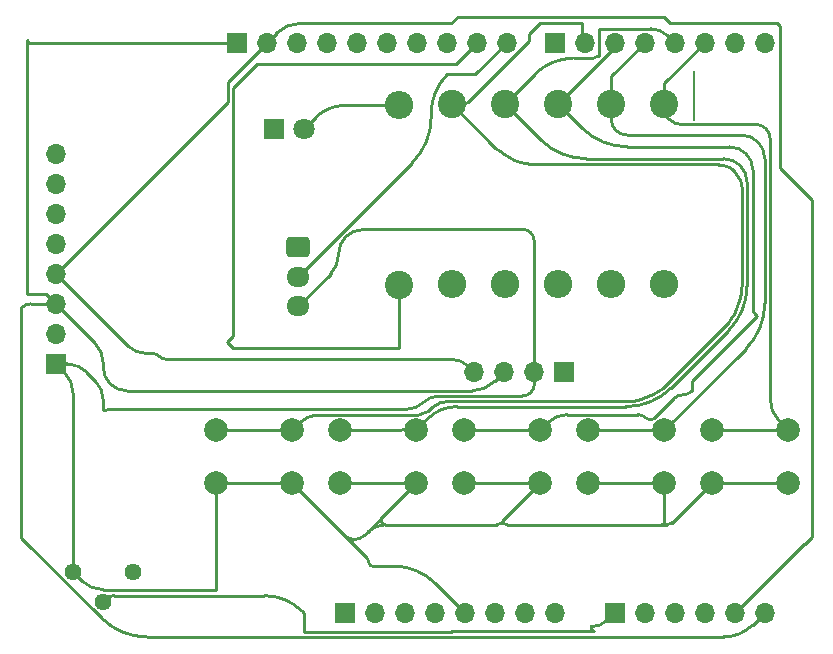
<source format=gbr>
%TF.GenerationSoftware,KiCad,Pcbnew,8.0.8*%
%TF.CreationDate,2025-02-04T08:02:38-07:00*%
%TF.ProjectId,Uno_Shield_ThermoPro,556e6f5f-5368-4696-956c-645f54686572,rev?*%
%TF.SameCoordinates,Original*%
%TF.FileFunction,Copper,L1,Top*%
%TF.FilePolarity,Positive*%
%FSLAX46Y46*%
G04 Gerber Fmt 4.6, Leading zero omitted, Abs format (unit mm)*
G04 Created by KiCad (PCBNEW 8.0.8) date 2025-02-04 08:02:38*
%MOMM*%
%LPD*%
G01*
G04 APERTURE LIST*
G04 Aperture macros list*
%AMRoundRect*
0 Rectangle with rounded corners*
0 $1 Rounding radius*
0 $2 $3 $4 $5 $6 $7 $8 $9 X,Y pos of 4 corners*
0 Add a 4 corners polygon primitive as box body*
4,1,4,$2,$3,$4,$5,$6,$7,$8,$9,$2,$3,0*
0 Add four circle primitives for the rounded corners*
1,1,$1+$1,$2,$3*
1,1,$1+$1,$4,$5*
1,1,$1+$1,$6,$7*
1,1,$1+$1,$8,$9*
0 Add four rect primitives between the rounded corners*
20,1,$1+$1,$2,$3,$4,$5,0*
20,1,$1+$1,$4,$5,$6,$7,0*
20,1,$1+$1,$6,$7,$8,$9,0*
20,1,$1+$1,$8,$9,$2,$3,0*%
G04 Aperture macros list end*
%TA.AperFunction,Conductor*%
%ADD10C,0.150000*%
%TD*%
%TA.AperFunction,ComponentPad*%
%ADD11R,1.700000X1.700000*%
%TD*%
%TA.AperFunction,ComponentPad*%
%ADD12O,1.700000X1.700000*%
%TD*%
%TA.AperFunction,ComponentPad*%
%ADD13C,2.000000*%
%TD*%
%TA.AperFunction,ComponentPad*%
%ADD14RoundRect,0.250000X-0.725000X0.600000X-0.725000X-0.600000X0.725000X-0.600000X0.725000X0.600000X0*%
%TD*%
%TA.AperFunction,ComponentPad*%
%ADD15O,1.950000X1.700000*%
%TD*%
%TA.AperFunction,ComponentPad*%
%ADD16R,1.800000X1.800000*%
%TD*%
%TA.AperFunction,ComponentPad*%
%ADD17C,1.800000*%
%TD*%
%TA.AperFunction,ComponentPad*%
%ADD18C,2.400000*%
%TD*%
%TA.AperFunction,ComponentPad*%
%ADD19O,2.400000X2.400000*%
%TD*%
%TA.AperFunction,ComponentPad*%
%ADD20C,1.440000*%
%TD*%
%TA.AperFunction,Conductor*%
%ADD21C,0.250000*%
%TD*%
G04 APERTURE END LIST*
D10*
%TO.N,/RX{slash}0*%
X157500000Y-51580000D02*
X157500000Y-55703106D01*
%TD*%
D11*
%TO.P,J1,1,Pin_1*%
%TO.N,unconnected-(J1-Pin_1-Pad1)*%
X127940000Y-97460000D03*
D12*
%TO.P,J1,2,Pin_2*%
%TO.N,/IOREF*%
X130480000Y-97460000D03*
%TO.P,J1,3,Pin_3*%
%TO.N,/~{RESET}*%
X133020000Y-97460000D03*
%TO.P,J1,4,Pin_4*%
%TO.N,+3V3*%
X135560000Y-97460000D03*
%TO.P,J1,5,Pin_5*%
%TO.N,+5V*%
X138100000Y-97460000D03*
%TO.P,J1,6,Pin_6*%
%TO.N,GND*%
X140640000Y-97460000D03*
%TO.P,J1,7,Pin_7*%
X143180000Y-97460000D03*
%TO.P,J1,8,Pin_8*%
%TO.N,VCC*%
X145720000Y-97460000D03*
%TD*%
D11*
%TO.P,J3,1,Pin_1*%
%TO.N,/temp_sensor*%
X150800000Y-97460000D03*
D12*
%TO.P,J3,2,Pin_2*%
%TO.N,/A1*%
X153340000Y-97460000D03*
%TO.P,J3,3,Pin_3*%
%TO.N,/A2*%
X155880000Y-97460000D03*
%TO.P,J3,4,Pin_4*%
%TO.N,/A3*%
X158420000Y-97460000D03*
%TO.P,J3,5,Pin_5*%
%TO.N,/I2C_SDA*%
X160960000Y-97460000D03*
%TO.P,J3,6,Pin_6*%
%TO.N,/I2C_SCL*%
X163500000Y-97460000D03*
%TD*%
D11*
%TO.P,J2,1,Pin_1*%
%TO.N,/I2C_SCL*%
X118796000Y-49200000D03*
D12*
%TO.P,J2,2,Pin_2*%
%TO.N,/I2C_SDA*%
X121336000Y-49200000D03*
%TO.P,J2,3,Pin_3*%
%TO.N,/AREF*%
X123876000Y-49200000D03*
%TO.P,J2,4,Pin_4*%
%TO.N,GND*%
X126416000Y-49200000D03*
%TO.P,J2,5,Pin_5*%
%TO.N,/13*%
X128956000Y-49200000D03*
%TO.P,J2,6,Pin_6*%
%TO.N,/12*%
X131496000Y-49200000D03*
%TO.P,J2,7,Pin_7*%
%TO.N,/\u002A11*%
X134036000Y-49200000D03*
%TO.P,J2,8,Pin_8*%
%TO.N,/\u002A10*%
X136576000Y-49200000D03*
%TO.P,J2,9,Pin_9*%
%TO.N,/LED_light*%
X139116000Y-49200000D03*
%TO.P,J2,10,Pin_10*%
%TO.N,/Temp_Digital*%
X141656000Y-49200000D03*
%TD*%
D11*
%TO.P,J4,1,Pin_1*%
%TO.N,/7*%
X145720000Y-49200000D03*
D12*
%TO.P,J4,2,Pin_2*%
%TO.N,/button_light*%
X148260000Y-49200000D03*
%TO.P,J4,3,Pin_3*%
%TO.N,/button_cal*%
X150800000Y-49200000D03*
%TO.P,J4,4,Pin_4*%
%TO.N,/button_onoff*%
X153340000Y-49200000D03*
%TO.P,J4,5,Pin_5*%
%TO.N,/button_lock*%
X155880000Y-49200000D03*
%TO.P,J4,6,Pin_6*%
%TO.N,/button_units*%
X158420000Y-49200000D03*
%TO.P,J4,7,Pin_7*%
%TO.N,/TX{slash}1*%
X160960000Y-49200000D03*
%TO.P,J4,8,Pin_8*%
%TO.N,/RX{slash}0*%
X163500000Y-49200000D03*
%TD*%
D13*
%TO.P,SW5,1,A*%
%TO.N,/button_light*%
X117000000Y-82000000D03*
X123500000Y-82000000D03*
%TO.P,SW5,2,B*%
%TO.N,+5V*%
X117000000Y-86500000D03*
X123500000Y-86500000D03*
%TD*%
D14*
%TO.P,J7,1,Pin_1*%
%TO.N,GND*%
X124000000Y-66500000D03*
D15*
%TO.P,J7,2,Pin_2*%
%TO.N,/Temp_Digital*%
X124000000Y-69000000D03*
%TO.P,J7,3,Pin_3*%
%TO.N,+5V*%
X124000000Y-71500000D03*
%TD*%
D16*
%TO.P,D1,1,K*%
%TO.N,GND*%
X121960000Y-56500000D03*
D17*
%TO.P,D1,2,A*%
%TO.N,Net-(D1-A)*%
X124500000Y-56500000D03*
%TD*%
D13*
%TO.P,SW2,1,A*%
%TO.N,/button_onoff*%
X148500000Y-82000000D03*
X155000000Y-82000000D03*
%TO.P,SW2,2,B*%
%TO.N,+5V*%
X148500000Y-86500000D03*
X155000000Y-86500000D03*
%TD*%
D18*
%TO.P,R1,1*%
%TO.N,/button_units*%
X155000000Y-54380000D03*
D19*
%TO.P,R1,2*%
%TO.N,GND*%
X155000000Y-69620000D03*
%TD*%
D18*
%TO.P,R2,1*%
%TO.N,/button_onoff*%
X150500000Y-54380000D03*
D19*
%TO.P,R2,2*%
%TO.N,GND*%
X150500000Y-69620000D03*
%TD*%
D13*
%TO.P,SW1,1,A*%
%TO.N,/button_units*%
X159000000Y-82000000D03*
X165500000Y-82000000D03*
%TO.P,SW1,2,B*%
%TO.N,+5V*%
X159000000Y-86500000D03*
X165500000Y-86500000D03*
%TD*%
D11*
%TO.P,J6,1,Pin_1*%
%TO.N,GND*%
X146500000Y-77080000D03*
D12*
%TO.P,J6,2,Pin_2*%
%TO.N,+5V*%
X143960000Y-77080000D03*
%TO.P,J6,3,Pin_3*%
%TO.N,/I2C_SCL*%
X141420000Y-77080000D03*
%TO.P,J6,4,Pin_4*%
%TO.N,/I2C_SDA*%
X138880000Y-77080000D03*
%TD*%
D18*
%TO.P,R5,1*%
%TO.N,/button_light*%
X137000000Y-54380000D03*
D19*
%TO.P,R5,2*%
%TO.N,GND*%
X137000000Y-69620000D03*
%TD*%
D20*
%TO.P,RV1,1,1*%
%TO.N,+5V*%
X104920000Y-94000000D03*
%TO.P,RV1,2,2*%
%TO.N,/temp_sensor*%
X107460000Y-96540000D03*
%TO.P,RV1,3,3*%
%TO.N,GND*%
X110000000Y-94000000D03*
%TD*%
D11*
%TO.P,J5,1,Pin_1*%
%TO.N,+5V*%
X103475000Y-76375000D03*
D12*
%TO.P,J5,2,Pin_2*%
%TO.N,GND*%
X103475000Y-73835000D03*
%TO.P,J5,3,Pin_3*%
%TO.N,/I2C_SCL*%
X103475000Y-71295000D03*
%TO.P,J5,4,Pin_4*%
%TO.N,/I2C_SDA*%
X103475000Y-68755000D03*
%TO.P,J5,5,Pin_5*%
%TO.N,unconnected-(J5-Pin_5-Pad5)*%
X103475000Y-66215000D03*
%TO.P,J5,6,Pin_6*%
%TO.N,unconnected-(J5-Pin_6-Pad6)*%
X103475000Y-63675000D03*
%TO.P,J5,7,Pin_7*%
%TO.N,unconnected-(J5-Pin_7-Pad7)*%
X103475000Y-61135000D03*
%TO.P,J5,8,Pin_8*%
%TO.N,unconnected-(J5-Pin_8-Pad8)*%
X103475000Y-58595000D03*
%TD*%
D13*
%TO.P,SW3,1,A*%
%TO.N,/button_cal*%
X138000000Y-82000000D03*
X144500000Y-82000000D03*
%TO.P,SW3,2,B*%
%TO.N,+5V*%
X138000000Y-86500000D03*
X144500000Y-86500000D03*
%TD*%
%TO.P,SW4,1,A*%
%TO.N,/button_lock*%
X127500000Y-82000000D03*
X134000000Y-82000000D03*
%TO.P,SW4,2,B*%
%TO.N,+5V*%
X127500000Y-86500000D03*
X134000000Y-86500000D03*
%TD*%
D18*
%TO.P,R6,1*%
%TO.N,/LED_light*%
X132500000Y-69740000D03*
D19*
%TO.P,R6,2*%
%TO.N,Net-(D1-A)*%
X132500000Y-54500000D03*
%TD*%
D18*
%TO.P,R4,1*%
%TO.N,/button_lock*%
X141500000Y-54380000D03*
D19*
%TO.P,R4,2*%
%TO.N,GND*%
X141500000Y-69620000D03*
%TD*%
D18*
%TO.P,R3,1*%
%TO.N,/button_cal*%
X146000000Y-54380000D03*
D19*
%TO.P,R3,2*%
%TO.N,GND*%
X146000000Y-69620000D03*
%TD*%
D21*
%TO.N,/I2C_SDA*%
X121336000Y-49200000D02*
X118050000Y-52486000D01*
X118050000Y-54180000D02*
X103475000Y-68755000D01*
X118050000Y-52486000D02*
X118050000Y-54180000D01*
%TO.N,/Temp_Digital*%
X141656000Y-49200000D02*
X138981000Y-51875000D01*
X138981000Y-51875000D02*
X136625000Y-51875000D01*
%TO.N,/LED_light*%
X118500000Y-74000000D02*
X118500000Y-53000000D01*
X118500000Y-75000000D02*
X118000000Y-74500000D01*
X118000000Y-74500000D02*
X118500000Y-74000000D01*
X132500000Y-75000000D02*
X118500000Y-75000000D01*
X132500000Y-69740000D02*
X132500000Y-75000000D01*
X118500000Y-53000000D02*
X120500000Y-51000000D01*
X137316000Y-51000000D02*
X139116000Y-49200000D01*
X120500000Y-51000000D02*
X137316000Y-51000000D01*
%TO.N,/button_units*%
X155000000Y-54380000D02*
X155000000Y-52620000D01*
X155000000Y-52620000D02*
X158420000Y-49200000D01*
%TO.N,/button_onoff*%
X150500000Y-54380000D02*
X150500000Y-52040000D01*
X150500000Y-52040000D02*
X153021802Y-49518198D01*
%TO.N,/button_light*%
X143535000Y-49035000D02*
X138610728Y-53959271D01*
X161456071Y-70320249D02*
X161373595Y-70787978D01*
X137364622Y-54531057D02*
X137346028Y-54612498D01*
X148000000Y-47500000D02*
X144500000Y-47500000D01*
X137553232Y-54380657D02*
X137474383Y-54408246D01*
X138610728Y-53959271D02*
X138529470Y-54037666D01*
X138529470Y-54037666D02*
X138346805Y-54170376D01*
X138346805Y-54170376D02*
X138145629Y-54272877D01*
X137930896Y-54342646D02*
X137707892Y-54377965D01*
X148260000Y-49200000D02*
X148000000Y-48940000D01*
X151559640Y-79550000D02*
X136609099Y-79550000D01*
X137595000Y-54380000D02*
X137553232Y-54380657D01*
X161376442Y-60800122D02*
X161456945Y-61074291D01*
X137409070Y-54460328D02*
X137364622Y-54531057D01*
X160887505Y-72123485D02*
X160650032Y-72534799D01*
X137346028Y-54612498D02*
X137355374Y-54695509D01*
X137391610Y-54770777D02*
X137420728Y-54800728D01*
X137420728Y-54800728D02*
X140526207Y-57906207D01*
X138145629Y-54272877D02*
X137930896Y-54342646D01*
X137707892Y-54377965D02*
X137595000Y-54380000D01*
X136483349Y-79551922D02*
X136234001Y-79584750D01*
X140695915Y-58072336D02*
X141059745Y-58377625D01*
X136609099Y-79550000D02*
X136483349Y-79551922D01*
X135758715Y-79746087D02*
X135540910Y-79871837D01*
X137355374Y-54695509D02*
X137391610Y-54770777D01*
X125033986Y-80792506D02*
X124760312Y-80905865D01*
X142290558Y-59088237D02*
X142736861Y-59250680D01*
X141059745Y-58377625D02*
X141448797Y-58650043D01*
X148000000Y-48940000D02*
X148000000Y-47500000D01*
X135341381Y-80024940D02*
X135251104Y-80112500D01*
X141448797Y-58650043D02*
X141860112Y-58887516D01*
X141860112Y-58887516D02*
X142290558Y-59088237D01*
X134743493Y-80478914D02*
X134511137Y-80575160D01*
X159500001Y-59500000D02*
X159642873Y-59502389D01*
X161456945Y-61074291D02*
X161497611Y-61357126D01*
X142736861Y-59250680D02*
X143195623Y-59373606D01*
X161250668Y-71246738D02*
X161088226Y-71693040D01*
X143195623Y-59373606D02*
X143663352Y-59456082D01*
X154873858Y-78427625D02*
X154484806Y-78700043D01*
X153196742Y-79300681D02*
X152737981Y-79423608D01*
X135540910Y-79871837D02*
X135341381Y-80024940D01*
X124760312Y-80905865D02*
X124503775Y-81053976D01*
X124268766Y-81234304D02*
X124162500Y-81337500D01*
X143663352Y-59456082D02*
X144136490Y-59497479D01*
X143535000Y-48465000D02*
X143535000Y-49035000D01*
X144136490Y-59497479D02*
X144373963Y-59500000D01*
X134268207Y-80640254D02*
X134018858Y-80673082D01*
X161550000Y-61409515D02*
X161550000Y-69794580D01*
X161088226Y-71693040D02*
X160887505Y-72123485D01*
X134511137Y-80575160D02*
X134268207Y-80640254D01*
X144373963Y-59500000D02*
X159500001Y-59500000D01*
X160700182Y-59896745D02*
X160916132Y-60083867D01*
X161550000Y-69794580D02*
X161497468Y-69847112D01*
X159925708Y-59543054D02*
X160199877Y-59623558D01*
X160199877Y-59623558D02*
X160459799Y-59742260D01*
X137474383Y-54408246D02*
X137409070Y-54460328D01*
X159642873Y-59502389D02*
X159925708Y-59543054D01*
X160459799Y-59742260D02*
X160700182Y-59896745D01*
X144500000Y-47500000D02*
X143535000Y-48465000D01*
X161497468Y-69847112D02*
X161456071Y-70320249D01*
X160916132Y-60083867D02*
X161103255Y-60299818D01*
X155407396Y-77956207D02*
X155237688Y-78122336D01*
X161103255Y-60299818D02*
X161257739Y-60540200D01*
X161257739Y-60540200D02*
X161376442Y-60800122D01*
X140526207Y-57906207D02*
X140695915Y-58072336D01*
X161497611Y-61357126D02*
X161550000Y-61409515D01*
X161373595Y-70787978D02*
X161250668Y-71246738D01*
X160650032Y-72534799D02*
X160377615Y-72923850D01*
X134018858Y-80673082D02*
X133893108Y-80675000D01*
X160377615Y-72923850D02*
X160072327Y-73287679D01*
X154484806Y-78700043D02*
X154073491Y-78937517D01*
X160072327Y-73287679D02*
X159906207Y-73457396D01*
X159906207Y-73457396D02*
X155407396Y-77956207D01*
X155237688Y-78122336D02*
X154873858Y-78427625D01*
X152270251Y-79506084D02*
X151797113Y-79547481D01*
X154073491Y-78937517D02*
X153643045Y-79138238D01*
X135991071Y-79649842D02*
X135758715Y-79746087D01*
X125613805Y-80677177D02*
X125320116Y-80715840D01*
X153643045Y-79138238D02*
X153196742Y-79300681D01*
X152737981Y-79423608D02*
X152270251Y-79506084D01*
X151797113Y-79547481D02*
X151559640Y-79550000D01*
X136234001Y-79584750D02*
X135991071Y-79649842D01*
X135251104Y-80112500D02*
X135160826Y-80200060D01*
X135160826Y-80200060D02*
X134961298Y-80353164D01*
X134961298Y-80353164D02*
X134743493Y-80478914D01*
X133893108Y-80675000D02*
X125761916Y-80675000D01*
X125761916Y-80675000D02*
X125613805Y-80677177D01*
X125320116Y-80715840D02*
X125033986Y-80792506D01*
X124503775Y-81053976D02*
X124268766Y-81234304D01*
X124162500Y-81337500D02*
X123500000Y-82000000D01*
%TO.N,/I2C_SCL*%
X101000000Y-49000000D02*
X101000000Y-70500000D01*
X102680000Y-70500000D02*
X103475000Y-71295000D01*
X118796000Y-49200000D02*
X101200000Y-49200000D01*
X101200000Y-49200000D02*
X101000000Y-49000000D01*
X101000000Y-70500000D02*
X102680000Y-70500000D01*
X107348353Y-97906207D02*
G75*
G03*
X111196109Y-99499978I3847747J3847807D01*
G01*
X111196109Y-99500000D02*
X160017502Y-99500000D01*
X160017502Y-99500000D02*
G75*
G03*
X162479999Y-98479999I-2J3482500D01*
G01*
X101403510Y-71295000D02*
G75*
G03*
X100552497Y-71647497I-10J-1203500D01*
G01*
X162480000Y-98480000D02*
X163500000Y-97460000D01*
X100552500Y-71647500D02*
X100552500Y-91110354D01*
X103475000Y-71295000D02*
X101403510Y-71295000D01*
X100552500Y-91110354D02*
X107348353Y-97906207D01*
%TO.N,/I2C_SDA*%
X124000000Y-47554143D02*
X136945857Y-47554143D01*
X136945857Y-47554143D02*
X137500000Y-47000000D01*
X164500000Y-47500000D02*
X164778579Y-47778579D01*
X137500000Y-47000000D02*
X155000000Y-47000000D01*
X155000000Y-47000000D02*
X155500000Y-47500000D01*
X164778579Y-47778579D02*
X164778579Y-59778579D01*
X164778579Y-59778579D02*
X167500000Y-62500000D01*
X167500000Y-62500000D02*
X167500000Y-91000000D01*
X167500000Y-91000000D02*
X166866208Y-91633792D01*
X155500000Y-47500000D02*
X164500000Y-47500000D01*
X166866208Y-91633792D02*
X166786207Y-91633792D01*
X166786207Y-91633792D02*
X160960000Y-97460000D01*
%TO.N,+5V*%
X104920000Y-94000000D02*
X105667500Y-94747500D01*
X116991464Y-95495000D02*
X107472124Y-95495000D01*
X135603711Y-94963711D02*
X138100000Y-97460000D01*
X106792893Y-77792893D02*
X106046751Y-77046751D01*
X117000000Y-95496464D02*
X117000000Y-86500000D01*
X127405000Y-67163198D02*
X127405000Y-67102124D01*
X133204504Y-80225000D02*
X107969454Y-80225000D01*
X155000000Y-86500000D02*
X148500000Y-86500000D01*
X159000000Y-86500000D02*
X165500000Y-86500000D01*
X144500000Y-86500000D02*
X141375000Y-89625000D01*
X107500000Y-79500000D02*
X107500000Y-80305545D01*
X159000000Y-86500000D02*
X155676776Y-89823223D01*
X155000000Y-89750000D02*
X155000000Y-86500000D01*
X154750000Y-90000000D02*
X141676776Y-90000000D01*
X135920495Y-79100000D02*
X142975735Y-79100000D01*
X132070000Y-93500000D02*
X130250000Y-93500000D01*
X141125000Y-89875000D02*
X141375000Y-89625000D01*
X123500000Y-86500000D02*
X117000000Y-86500000D01*
X129823223Y-92823223D02*
X128603553Y-91603553D01*
X129603553Y-90896446D02*
X129875000Y-90625000D01*
X144500000Y-86500000D02*
X138000000Y-86500000D01*
X104920000Y-78841769D02*
X104920000Y-94000000D01*
X155250000Y-90000000D02*
X154750000Y-90000000D01*
X104197500Y-77097500D02*
X103475000Y-76375000D01*
X129875000Y-90625000D02*
X131125000Y-89375000D01*
X143960000Y-65921837D02*
X143960000Y-77080000D01*
X131383883Y-90000000D02*
X140823223Y-90000000D01*
X143038162Y-65000000D02*
X129507124Y-65000000D01*
X123500000Y-86500000D02*
X127896446Y-90896446D01*
X134000000Y-86500000D02*
X127500000Y-86500000D01*
X128603553Y-91603553D02*
X127896446Y-90896446D01*
X144000000Y-78075735D02*
X144000000Y-77120000D01*
X131125000Y-89375000D02*
X134000000Y-86500000D01*
X104425000Y-76375000D02*
X103475000Y-76375000D01*
X126746116Y-68753883D02*
X124000000Y-71500000D01*
X116997500Y-95497500D02*
G75*
G03*
X116991464Y-95495015I-6000J-6000D01*
G01*
X105667500Y-94747500D02*
G75*
G03*
X107472124Y-95494990I1804600J1804600D01*
G01*
X141375000Y-89875000D02*
G75*
G03*
X141676776Y-90000010I301800J301800D01*
G01*
X131125000Y-89375000D02*
G75*
G03*
X131383883Y-90000040I258900J-258900D01*
G01*
X128020698Y-65615698D02*
G75*
G03*
X127405010Y-67102124I1486402J-1486402D01*
G01*
X155000000Y-89750000D02*
G75*
G03*
X155250000Y-90000000I250000J0D01*
G01*
X127896446Y-90896446D02*
G75*
G03*
X128750000Y-91250002I853554J853546D01*
G01*
X129507124Y-65000000D02*
G75*
G03*
X128020691Y-65615691I-24J-2102100D01*
G01*
X135920495Y-79100000D02*
G75*
G03*
X134562501Y-79662501I5J-1920500D01*
G01*
X154750000Y-90000000D02*
G75*
G03*
X155000000Y-89750000I0J250000D01*
G01*
X128750000Y-91250000D02*
G75*
G03*
X128603561Y-91603545I0J-207100D01*
G01*
X129823223Y-92823223D02*
G75*
G02*
X129999986Y-93250000I-426823J-426777D01*
G01*
X141375000Y-89875000D02*
G75*
G03*
X141125000Y-89875000I-125000J-124999D01*
G01*
X143700000Y-78800000D02*
G75*
G02*
X142975735Y-79100015I-724300J724300D01*
G01*
X134562500Y-79662500D02*
G75*
G02*
X133204504Y-80225002I-1358000J1358000D01*
G01*
X116997500Y-95497500D02*
G75*
G03*
X116999914Y-95496466I1000J1000D01*
G01*
X127405000Y-67163198D02*
G75*
G02*
X126746124Y-68753891I-2249600J-2D01*
G01*
X144000000Y-78075735D02*
G75*
G02*
X143699989Y-78799989I-1024300J35D01*
G01*
X155676776Y-89823223D02*
G75*
G02*
X155250000Y-89999986I-426776J426823D01*
G01*
X129603553Y-90896446D02*
G75*
G02*
X128750000Y-91250001I-853553J853546D01*
G01*
X143690000Y-65270000D02*
G75*
G02*
X143959984Y-65921837I-651800J-651800D01*
G01*
X107500000Y-80305545D02*
G75*
G03*
X107637422Y-80362422I80500J45D01*
G01*
X141125000Y-89875000D02*
G75*
G02*
X140823223Y-90000010I-301800J301800D01*
G01*
X104197500Y-77097500D02*
G75*
G02*
X104920013Y-78841769I-1744300J-1744300D01*
G01*
X143690000Y-65270000D02*
G75*
G03*
X143038162Y-65000016I-651800J-651800D01*
G01*
X106792893Y-77792893D02*
G75*
G02*
X107500004Y-79500000I-1707093J-1707107D01*
G01*
X131383883Y-90000000D02*
G75*
G03*
X129875005Y-90625005I17J-2133900D01*
G01*
X106046751Y-77046751D02*
G75*
G03*
X104425000Y-76374999I-1621751J-1621749D01*
G01*
X141375000Y-89625000D02*
G75*
G03*
X141375000Y-89875000I125000J-125000D01*
G01*
X107969454Y-80225000D02*
G75*
G03*
X107637534Y-80362534I46J-469400D01*
G01*
X135603711Y-94963711D02*
G75*
G03*
X132070000Y-93499994I-3533711J-3533689D01*
G01*
X130000000Y-93250000D02*
G75*
G03*
X130250000Y-93500000I250000J0D01*
G01*
%TO.N,/I2C_SCL*%
X103475000Y-71295000D02*
X106729253Y-74549253D01*
X138739842Y-78650000D02*
X109463172Y-78650000D01*
X107500000Y-76410000D02*
X107500000Y-76686827D01*
X140635000Y-77865000D02*
X141420000Y-77080000D01*
X107500000Y-76686827D02*
G75*
G03*
X108075008Y-78074992I1963200J27D01*
G01*
X140635000Y-77865000D02*
G75*
G02*
X138739842Y-78650018I-1895200J1895200D01*
G01*
X106729253Y-74549253D02*
G75*
G02*
X107499998Y-76410000I-1860753J-1860747D01*
G01*
X108075000Y-78075000D02*
G75*
G03*
X109463172Y-78650011I1388200J1388200D01*
G01*
%TO.N,/I2C_SDA*%
X109590674Y-74870674D02*
X103475000Y-68755000D01*
X138340000Y-76540000D02*
X138880000Y-77080000D01*
X112853553Y-76000000D02*
X137036324Y-76000000D01*
X122161000Y-48375000D02*
X121336000Y-49200000D01*
X111110000Y-75500000D02*
X111646446Y-75500000D01*
X138340000Y-76540000D02*
G75*
G03*
X137036324Y-75999990I-1303700J-1303700D01*
G01*
X109590674Y-74870674D02*
G75*
G03*
X111110000Y-75499985I1519326J1519374D01*
G01*
X124152726Y-47550000D02*
G75*
G03*
X122160992Y-48374992I-26J-2816700D01*
G01*
X112250000Y-75750000D02*
G75*
G03*
X111646446Y-75500022I-603500J-603500D01*
G01*
X112250000Y-75750000D02*
G75*
G03*
X112853553Y-76000019I603600J603600D01*
G01*
%TO.N,/button_onoff*%
X161500001Y-57000000D02*
X151810000Y-57000000D01*
X155000000Y-82000000D02*
X148500000Y-82000000D01*
X150500000Y-55690000D02*
X150500000Y-54380000D01*
X163500000Y-58999998D02*
X163500000Y-71246036D01*
X155000000Y-82000000D02*
X161906207Y-75093792D01*
X163500000Y-58999998D02*
G75*
G03*
X161500001Y-57000000I-2000000J-2D01*
G01*
X150500000Y-55690000D02*
G75*
G03*
X151810000Y-57000000I1310000J0D01*
G01*
X163500000Y-71246036D02*
G75*
G02*
X161906200Y-75093785I-5441600J36D01*
G01*
%TO.N,Net-(D1-A)*%
X125500000Y-55500000D02*
X124500000Y-56500000D01*
X127914213Y-54500000D02*
X132500000Y-54500000D01*
X127914213Y-54500000D02*
G75*
G03*
X125499996Y-55499996I-13J-3414200D01*
G01*
%TO.N,/temp_sensor*%
X148794149Y-98635000D02*
X148794149Y-98794149D01*
X108381837Y-96000000D02*
X121136773Y-96000000D01*
X137000000Y-99000000D02*
X136950000Y-99050000D01*
X124500000Y-97500000D02*
X124317500Y-97317500D01*
X149000000Y-99000000D02*
X137000000Y-99000000D01*
X148794149Y-98794149D02*
X149000000Y-99000000D01*
X136950000Y-99050000D02*
X124500000Y-99050000D01*
X150212500Y-98047500D02*
X150800000Y-97460000D01*
X124500000Y-99050000D02*
X124500000Y-97500000D01*
X107730000Y-96270000D02*
X107460000Y-96540000D01*
X124317500Y-97317500D02*
G75*
G03*
X121136773Y-96000011I-3180700J-3180700D01*
G01*
X108381837Y-96000000D02*
G75*
G03*
X107729989Y-96269989I-37J-921800D01*
G01*
X150212500Y-98047500D02*
G75*
G02*
X148794149Y-98635021I-1418400J1418400D01*
G01*
%TO.N,/Temp_Digital*%
X133659009Y-59340990D02*
X124000000Y-69000000D01*
X135250000Y-55500000D02*
X135250000Y-55194543D01*
X135250000Y-55500000D02*
G75*
G02*
X133659014Y-59340995I-5432000J0D01*
G01*
X136625000Y-51875000D02*
G75*
G03*
X135250018Y-55194543I3319500J-3319500D01*
G01*
%TO.N,/button_lock*%
X155280000Y-48600000D02*
X155880000Y-49200000D01*
X162000000Y-60999998D02*
X162000000Y-69746036D01*
X149500000Y-48000000D02*
X153831471Y-48000000D01*
X147311802Y-50500000D02*
X148973916Y-50500000D01*
X149434302Y-50309302D02*
X149500000Y-50243604D01*
X155593792Y-78406207D02*
X160406207Y-73593792D01*
X141500000Y-54380000D02*
X144526207Y-57406207D01*
X137414213Y-80000000D02*
X151746036Y-80000000D01*
X160000001Y-59000000D02*
X148373963Y-59000000D01*
X132585786Y-82000000D02*
X127500000Y-82000000D01*
X149500000Y-50243604D02*
X149500000Y-48000000D01*
X141500000Y-54380000D02*
X144014009Y-51865990D01*
X155593792Y-78406207D02*
G75*
G02*
X151746036Y-80000010I-3847792J3847807D01*
G01*
X162000000Y-60999998D02*
G75*
G03*
X160000001Y-59000000I-2000000J-2D01*
G01*
X144014009Y-51865990D02*
G75*
G02*
X147311802Y-50500006I3297791J-3297810D01*
G01*
X137414213Y-80000000D02*
G75*
G03*
X134999996Y-80999996I-13J-3414200D01*
G01*
X153831471Y-48000000D02*
G75*
G02*
X155280008Y-48599992I29J-2048500D01*
G01*
X148973916Y-50500000D02*
G75*
G03*
X149434297Y-50309297I-16J651100D01*
G01*
X135000000Y-81000000D02*
G75*
G02*
X132585786Y-81999994I-2414200J2414200D01*
G01*
X144526207Y-57406207D02*
G75*
G03*
X148373963Y-59000011I3847793J3847807D01*
G01*
X162000000Y-69746036D02*
G75*
G02*
X160406200Y-73593785I-5441600J36D01*
G01*
%TO.N,/button_light*%
X123500000Y-82000000D02*
X117000000Y-82000000D01*
%TO.N,/button_units*%
X164725000Y-81225000D02*
X165500000Y-82000000D01*
X165500000Y-82000000D02*
X159000000Y-82000000D01*
X163950000Y-79353984D02*
X163950000Y-57316001D01*
X155417157Y-55685948D02*
X155000000Y-55268791D01*
X162737104Y-56103106D02*
X156424264Y-56103106D01*
X163594751Y-56458355D02*
G75*
G02*
X163949997Y-57316001I-857651J-857645D01*
G01*
X163594751Y-56458355D02*
G75*
G03*
X162737104Y-56103103I-857651J-857645D01*
G01*
X155417157Y-55685948D02*
G75*
G03*
X156424264Y-56103119I1007143J1007148D01*
G01*
X163950000Y-79353984D02*
G75*
G03*
X164724995Y-81225005I2646000J-16D01*
G01*
%TO.N,/button_cal*%
X144500000Y-82000000D02*
X138000000Y-82000000D01*
X151873963Y-58000000D02*
X160500001Y-58000000D01*
X145162500Y-81337500D02*
X144500000Y-82000000D01*
X162823223Y-72323223D02*
X157308946Y-77837500D01*
X157308946Y-77837500D02*
X157308946Y-78691053D01*
X146000000Y-54380000D02*
X148026207Y-56406207D01*
X146761916Y-80675000D02*
X152723805Y-80675000D01*
X162500000Y-71646446D02*
X162500000Y-59999998D01*
X146000000Y-54380000D02*
X150800000Y-49580000D01*
X162750000Y-72250000D02*
X162823223Y-72323223D01*
X155817220Y-79308946D02*
X154132125Y-80994042D01*
X157308946Y-78691053D02*
G75*
G02*
X156563083Y-78999990I-745846J745853D01*
G01*
X162500000Y-71646446D02*
G75*
G03*
X162749984Y-72250016I853500J-54D01*
G01*
X153494041Y-80994042D02*
G75*
G03*
X152723805Y-80675003I-770241J-770258D01*
G01*
X153494041Y-80994042D02*
G75*
G03*
X154132125Y-80994042I319042J319044D01*
G01*
X146761916Y-80675000D02*
G75*
G03*
X145162495Y-81337495I-16J-2261900D01*
G01*
X162500000Y-59999998D02*
G75*
G03*
X160500001Y-58000000I-2000000J-2D01*
G01*
X156563083Y-79000000D02*
G75*
G03*
X155817231Y-79308957I17J-1054800D01*
G01*
X148026207Y-56406207D02*
G75*
G03*
X151873963Y-58000011I3847793J3847807D01*
G01*
%TD*%
M02*

</source>
